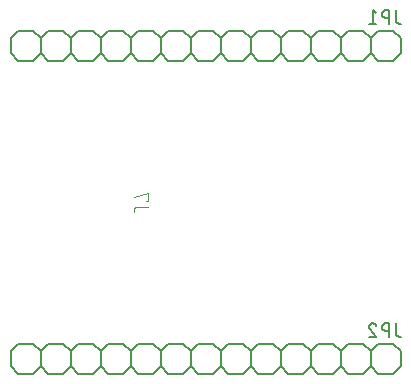
<source format=gbr>
G04 EAGLE Gerber RS-274X export*
G75*
%MOMM*%
%FSLAX34Y34*%
%LPD*%
%INSilkscreen Bottom*%
%IPPOS*%
%AMOC8*
5,1,8,0,0,1.08239X$1,22.5*%
G01*
%ADD10C,0.101600*%
%ADD11C,0.152400*%
%ADD12C,0.127000*%


D10*
X176339Y161102D02*
X167251Y161102D01*
X167152Y161100D01*
X167052Y161094D01*
X166953Y161085D01*
X166855Y161072D01*
X166757Y161055D01*
X166659Y161034D01*
X166563Y161009D01*
X166468Y160981D01*
X166374Y160949D01*
X166281Y160914D01*
X166189Y160875D01*
X166099Y160832D01*
X166011Y160787D01*
X165924Y160737D01*
X165840Y160685D01*
X165757Y160629D01*
X165677Y160571D01*
X165599Y160509D01*
X165524Y160444D01*
X165451Y160376D01*
X165381Y160306D01*
X165313Y160233D01*
X165248Y160158D01*
X165186Y160080D01*
X165128Y160000D01*
X165072Y159917D01*
X165020Y159833D01*
X164970Y159746D01*
X164925Y159658D01*
X164882Y159568D01*
X164843Y159476D01*
X164808Y159383D01*
X164776Y159289D01*
X164748Y159194D01*
X164723Y159098D01*
X164702Y159000D01*
X164685Y158902D01*
X164672Y158804D01*
X164663Y158705D01*
X164657Y158605D01*
X164655Y158506D01*
X164655Y157208D01*
X175040Y166376D02*
X176339Y166376D01*
X176339Y172867D01*
X164655Y169621D01*
D11*
X111199Y303880D02*
X104849Y310230D01*
X92149Y310230D01*
X85799Y303880D01*
X85799Y291180D01*
X92149Y284830D01*
X104849Y284830D01*
X111199Y291180D01*
X142949Y310230D02*
X155649Y310230D01*
X142949Y310230D02*
X136599Y303880D01*
X136599Y291180D01*
X142949Y284830D01*
X136599Y303880D02*
X130249Y310230D01*
X117549Y310230D01*
X111199Y303880D01*
X111199Y291180D01*
X117549Y284830D01*
X130249Y284830D01*
X136599Y291180D01*
X181049Y310230D02*
X187399Y303880D01*
X181049Y310230D02*
X168349Y310230D01*
X161999Y303880D01*
X161999Y291180D01*
X168349Y284830D01*
X181049Y284830D01*
X187399Y291180D01*
X161999Y303880D02*
X155649Y310230D01*
X161999Y291180D02*
X155649Y284830D01*
X142949Y284830D01*
X219149Y310230D02*
X231849Y310230D01*
X219149Y310230D02*
X212799Y303880D01*
X212799Y291180D01*
X219149Y284830D01*
X212799Y303880D02*
X206449Y310230D01*
X193749Y310230D01*
X187399Y303880D01*
X187399Y291180D01*
X193749Y284830D01*
X206449Y284830D01*
X212799Y291180D01*
X257249Y310230D02*
X263599Y303880D01*
X257249Y310230D02*
X244549Y310230D01*
X238199Y303880D01*
X238199Y291180D01*
X244549Y284830D01*
X257249Y284830D01*
X263599Y291180D01*
X238199Y303880D02*
X231849Y310230D01*
X238199Y291180D02*
X231849Y284830D01*
X219149Y284830D01*
X295349Y310230D02*
X308049Y310230D01*
X295349Y310230D02*
X288999Y303880D01*
X288999Y291180D01*
X295349Y284830D01*
X288999Y303880D02*
X282649Y310230D01*
X269949Y310230D01*
X263599Y303880D01*
X263599Y291180D01*
X269949Y284830D01*
X282649Y284830D01*
X288999Y291180D01*
X333449Y310230D02*
X339799Y303880D01*
X333449Y310230D02*
X320749Y310230D01*
X314399Y303880D01*
X314399Y291180D01*
X320749Y284830D01*
X333449Y284830D01*
X339799Y291180D01*
X314399Y303880D02*
X308049Y310230D01*
X314399Y291180D02*
X308049Y284830D01*
X295349Y284830D01*
X371549Y310230D02*
X384249Y310230D01*
X371549Y310230D02*
X365199Y303880D01*
X365199Y291180D01*
X371549Y284830D01*
X365199Y303880D02*
X358849Y310230D01*
X346149Y310230D01*
X339799Y303880D01*
X339799Y291180D01*
X346149Y284830D01*
X358849Y284830D01*
X365199Y291180D01*
X390599Y291180D02*
X390599Y303880D01*
X384249Y310230D01*
X390599Y291180D02*
X384249Y284830D01*
X371549Y284830D01*
X85799Y303880D02*
X79449Y310230D01*
X66749Y310230D01*
X60399Y303880D01*
X60399Y291180D01*
X66749Y284830D01*
X79449Y284830D01*
X85799Y291180D01*
D12*
X386916Y318993D02*
X386916Y327883D01*
X386916Y318993D02*
X386918Y318893D01*
X386924Y318794D01*
X386934Y318694D01*
X386947Y318596D01*
X386965Y318497D01*
X386986Y318400D01*
X387011Y318304D01*
X387040Y318208D01*
X387073Y318114D01*
X387109Y318021D01*
X387149Y317930D01*
X387193Y317840D01*
X387240Y317752D01*
X387290Y317666D01*
X387344Y317582D01*
X387401Y317500D01*
X387461Y317421D01*
X387525Y317343D01*
X387591Y317269D01*
X387660Y317197D01*
X387732Y317128D01*
X387806Y317062D01*
X387884Y316998D01*
X387963Y316938D01*
X388045Y316881D01*
X388129Y316827D01*
X388215Y316777D01*
X388303Y316730D01*
X388393Y316686D01*
X388484Y316646D01*
X388577Y316610D01*
X388671Y316577D01*
X388767Y316548D01*
X388863Y316523D01*
X388960Y316502D01*
X389059Y316484D01*
X389157Y316471D01*
X389257Y316461D01*
X389356Y316455D01*
X389456Y316453D01*
X390726Y316453D01*
X380935Y316453D02*
X380935Y327883D01*
X377760Y327883D01*
X377649Y327881D01*
X377539Y327875D01*
X377428Y327866D01*
X377318Y327852D01*
X377209Y327835D01*
X377100Y327814D01*
X376992Y327789D01*
X376885Y327760D01*
X376779Y327728D01*
X376674Y327692D01*
X376571Y327652D01*
X376469Y327609D01*
X376368Y327562D01*
X376269Y327511D01*
X376173Y327458D01*
X376078Y327401D01*
X375985Y327340D01*
X375894Y327277D01*
X375805Y327210D01*
X375719Y327140D01*
X375636Y327067D01*
X375554Y326992D01*
X375476Y326914D01*
X375401Y326832D01*
X375328Y326749D01*
X375258Y326663D01*
X375191Y326574D01*
X375128Y326483D01*
X375067Y326390D01*
X375010Y326296D01*
X374957Y326199D01*
X374906Y326100D01*
X374859Y325999D01*
X374816Y325897D01*
X374776Y325794D01*
X374740Y325689D01*
X374708Y325583D01*
X374679Y325476D01*
X374654Y325368D01*
X374633Y325259D01*
X374616Y325150D01*
X374602Y325040D01*
X374593Y324929D01*
X374587Y324819D01*
X374585Y324708D01*
X374587Y324597D01*
X374593Y324487D01*
X374602Y324376D01*
X374616Y324266D01*
X374633Y324157D01*
X374654Y324048D01*
X374679Y323940D01*
X374708Y323833D01*
X374740Y323727D01*
X374776Y323622D01*
X374816Y323519D01*
X374859Y323417D01*
X374906Y323316D01*
X374957Y323217D01*
X375010Y323121D01*
X375067Y323026D01*
X375128Y322933D01*
X375191Y322842D01*
X375258Y322753D01*
X375328Y322667D01*
X375401Y322584D01*
X375476Y322502D01*
X375554Y322424D01*
X375636Y322349D01*
X375719Y322276D01*
X375805Y322206D01*
X375894Y322139D01*
X375985Y322076D01*
X376078Y322015D01*
X376173Y321958D01*
X376269Y321905D01*
X376368Y321854D01*
X376469Y321807D01*
X376571Y321764D01*
X376674Y321724D01*
X376779Y321688D01*
X376885Y321656D01*
X376992Y321627D01*
X377100Y321602D01*
X377209Y321581D01*
X377318Y321564D01*
X377428Y321550D01*
X377539Y321541D01*
X377649Y321535D01*
X377760Y321533D01*
X380935Y321533D01*
X370077Y325343D02*
X366902Y327883D01*
X366902Y316453D01*
X370077Y316453D02*
X363727Y316453D01*
D11*
X104849Y45230D02*
X111199Y38880D01*
X104849Y45230D02*
X92149Y45230D01*
X85799Y38880D01*
X85799Y26180D01*
X92149Y19830D01*
X104849Y19830D01*
X111199Y26180D01*
X142949Y45230D02*
X155649Y45230D01*
X142949Y45230D02*
X136599Y38880D01*
X136599Y26180D01*
X142949Y19830D01*
X136599Y38880D02*
X130249Y45230D01*
X117549Y45230D01*
X111199Y38880D01*
X111199Y26180D01*
X117549Y19830D01*
X130249Y19830D01*
X136599Y26180D01*
X181049Y45230D02*
X187399Y38880D01*
X181049Y45230D02*
X168349Y45230D01*
X161999Y38880D01*
X161999Y26180D01*
X168349Y19830D01*
X181049Y19830D01*
X187399Y26180D01*
X161999Y38880D02*
X155649Y45230D01*
X161999Y26180D02*
X155649Y19830D01*
X142949Y19830D01*
X219149Y45230D02*
X231849Y45230D01*
X219149Y45230D02*
X212799Y38880D01*
X212799Y26180D01*
X219149Y19830D01*
X212799Y38880D02*
X206449Y45230D01*
X193749Y45230D01*
X187399Y38880D01*
X187399Y26180D01*
X193749Y19830D01*
X206449Y19830D01*
X212799Y26180D01*
X257249Y45230D02*
X263599Y38880D01*
X257249Y45230D02*
X244549Y45230D01*
X238199Y38880D01*
X238199Y26180D01*
X244549Y19830D01*
X257249Y19830D01*
X263599Y26180D01*
X238199Y38880D02*
X231849Y45230D01*
X238199Y26180D02*
X231849Y19830D01*
X219149Y19830D01*
X295349Y45230D02*
X308049Y45230D01*
X295349Y45230D02*
X288999Y38880D01*
X288999Y26180D01*
X295349Y19830D01*
X288999Y38880D02*
X282649Y45230D01*
X269949Y45230D01*
X263599Y38880D01*
X263599Y26180D01*
X269949Y19830D01*
X282649Y19830D01*
X288999Y26180D01*
X333449Y45230D02*
X339799Y38880D01*
X333449Y45230D02*
X320749Y45230D01*
X314399Y38880D01*
X314399Y26180D01*
X320749Y19830D01*
X333449Y19830D01*
X339799Y26180D01*
X314399Y38880D02*
X308049Y45230D01*
X314399Y26180D02*
X308049Y19830D01*
X295349Y19830D01*
X371549Y45230D02*
X384249Y45230D01*
X371549Y45230D02*
X365199Y38880D01*
X365199Y26180D01*
X371549Y19830D01*
X365199Y38880D02*
X358849Y45230D01*
X346149Y45230D01*
X339799Y38880D01*
X339799Y26180D01*
X346149Y19830D01*
X358849Y19830D01*
X365199Y26180D01*
X390599Y26180D02*
X390599Y38880D01*
X384249Y45230D01*
X390599Y26180D02*
X384249Y19830D01*
X371549Y19830D01*
X85799Y38880D02*
X79449Y45230D01*
X66749Y45230D01*
X60399Y38880D01*
X60399Y26180D01*
X66749Y19830D01*
X79449Y19830D01*
X85799Y26180D01*
D12*
X386916Y53993D02*
X386916Y62883D01*
X386916Y53993D02*
X386918Y53893D01*
X386924Y53794D01*
X386934Y53694D01*
X386947Y53596D01*
X386965Y53497D01*
X386986Y53400D01*
X387011Y53304D01*
X387040Y53208D01*
X387073Y53114D01*
X387109Y53021D01*
X387149Y52930D01*
X387193Y52840D01*
X387240Y52752D01*
X387290Y52666D01*
X387344Y52582D01*
X387401Y52500D01*
X387461Y52421D01*
X387525Y52343D01*
X387591Y52269D01*
X387660Y52197D01*
X387732Y52128D01*
X387806Y52062D01*
X387884Y51998D01*
X387963Y51938D01*
X388045Y51881D01*
X388129Y51827D01*
X388215Y51777D01*
X388303Y51730D01*
X388393Y51686D01*
X388484Y51646D01*
X388577Y51610D01*
X388671Y51577D01*
X388767Y51548D01*
X388863Y51523D01*
X388960Y51502D01*
X389059Y51484D01*
X389157Y51471D01*
X389257Y51461D01*
X389356Y51455D01*
X389456Y51453D01*
X390726Y51453D01*
X380935Y51453D02*
X380935Y62883D01*
X377760Y62883D01*
X377649Y62881D01*
X377539Y62875D01*
X377428Y62866D01*
X377318Y62852D01*
X377209Y62835D01*
X377100Y62814D01*
X376992Y62789D01*
X376885Y62760D01*
X376779Y62728D01*
X376674Y62692D01*
X376571Y62652D01*
X376469Y62609D01*
X376368Y62562D01*
X376269Y62511D01*
X376173Y62458D01*
X376078Y62401D01*
X375985Y62340D01*
X375894Y62277D01*
X375805Y62210D01*
X375719Y62140D01*
X375636Y62067D01*
X375554Y61992D01*
X375476Y61914D01*
X375401Y61832D01*
X375328Y61749D01*
X375258Y61663D01*
X375191Y61574D01*
X375128Y61483D01*
X375067Y61390D01*
X375010Y61295D01*
X374957Y61199D01*
X374906Y61100D01*
X374859Y60999D01*
X374816Y60897D01*
X374776Y60794D01*
X374740Y60689D01*
X374708Y60583D01*
X374679Y60476D01*
X374654Y60368D01*
X374633Y60259D01*
X374616Y60150D01*
X374602Y60040D01*
X374593Y59929D01*
X374587Y59819D01*
X374585Y59708D01*
X374587Y59597D01*
X374593Y59487D01*
X374602Y59376D01*
X374616Y59266D01*
X374633Y59157D01*
X374654Y59048D01*
X374679Y58940D01*
X374708Y58833D01*
X374740Y58727D01*
X374776Y58622D01*
X374816Y58519D01*
X374859Y58417D01*
X374906Y58316D01*
X374957Y58217D01*
X375010Y58120D01*
X375067Y58026D01*
X375128Y57933D01*
X375191Y57842D01*
X375258Y57753D01*
X375328Y57667D01*
X375401Y57584D01*
X375476Y57502D01*
X375554Y57424D01*
X375636Y57349D01*
X375719Y57276D01*
X375805Y57206D01*
X375894Y57139D01*
X375985Y57076D01*
X376078Y57015D01*
X376173Y56958D01*
X376269Y56905D01*
X376368Y56854D01*
X376469Y56807D01*
X376571Y56764D01*
X376674Y56724D01*
X376779Y56688D01*
X376885Y56656D01*
X376992Y56627D01*
X377100Y56602D01*
X377209Y56581D01*
X377318Y56564D01*
X377428Y56550D01*
X377539Y56541D01*
X377649Y56535D01*
X377760Y56533D01*
X380935Y56533D01*
X366584Y62883D02*
X366480Y62881D01*
X366375Y62875D01*
X366271Y62866D01*
X366168Y62853D01*
X366065Y62835D01*
X365963Y62815D01*
X365861Y62790D01*
X365761Y62762D01*
X365661Y62730D01*
X365563Y62694D01*
X365466Y62655D01*
X365371Y62613D01*
X365277Y62567D01*
X365185Y62517D01*
X365095Y62465D01*
X365007Y62409D01*
X364921Y62349D01*
X364837Y62287D01*
X364756Y62222D01*
X364677Y62154D01*
X364600Y62082D01*
X364527Y62009D01*
X364455Y61932D01*
X364387Y61853D01*
X364322Y61772D01*
X364260Y61688D01*
X364200Y61602D01*
X364144Y61514D01*
X364092Y61424D01*
X364042Y61332D01*
X363996Y61238D01*
X363954Y61143D01*
X363915Y61046D01*
X363879Y60948D01*
X363847Y60848D01*
X363819Y60748D01*
X363794Y60646D01*
X363774Y60544D01*
X363756Y60441D01*
X363743Y60338D01*
X363734Y60234D01*
X363728Y60129D01*
X363726Y60025D01*
X366584Y62883D02*
X366702Y62881D01*
X366821Y62875D01*
X366939Y62866D01*
X367056Y62853D01*
X367173Y62835D01*
X367290Y62815D01*
X367406Y62790D01*
X367521Y62762D01*
X367634Y62729D01*
X367747Y62694D01*
X367859Y62654D01*
X367969Y62612D01*
X368078Y62565D01*
X368186Y62515D01*
X368291Y62462D01*
X368395Y62405D01*
X368497Y62345D01*
X368597Y62282D01*
X368695Y62215D01*
X368791Y62146D01*
X368884Y62073D01*
X368975Y61997D01*
X369064Y61919D01*
X369150Y61837D01*
X369233Y61753D01*
X369314Y61667D01*
X369391Y61577D01*
X369466Y61486D01*
X369538Y61392D01*
X369607Y61295D01*
X369672Y61197D01*
X369735Y61096D01*
X369794Y60993D01*
X369850Y60889D01*
X369902Y60783D01*
X369951Y60675D01*
X369996Y60566D01*
X370038Y60455D01*
X370076Y60343D01*
X364679Y57803D02*
X364603Y57878D01*
X364528Y57957D01*
X364457Y58038D01*
X364388Y58122D01*
X364323Y58208D01*
X364261Y58296D01*
X364201Y58386D01*
X364145Y58478D01*
X364092Y58573D01*
X364043Y58669D01*
X363997Y58767D01*
X363954Y58866D01*
X363915Y58967D01*
X363880Y59069D01*
X363848Y59172D01*
X363820Y59276D01*
X363795Y59381D01*
X363774Y59488D01*
X363757Y59594D01*
X363744Y59701D01*
X363735Y59809D01*
X363729Y59917D01*
X363727Y60025D01*
X364679Y57803D02*
X370077Y51453D01*
X363727Y51453D01*
M02*

</source>
